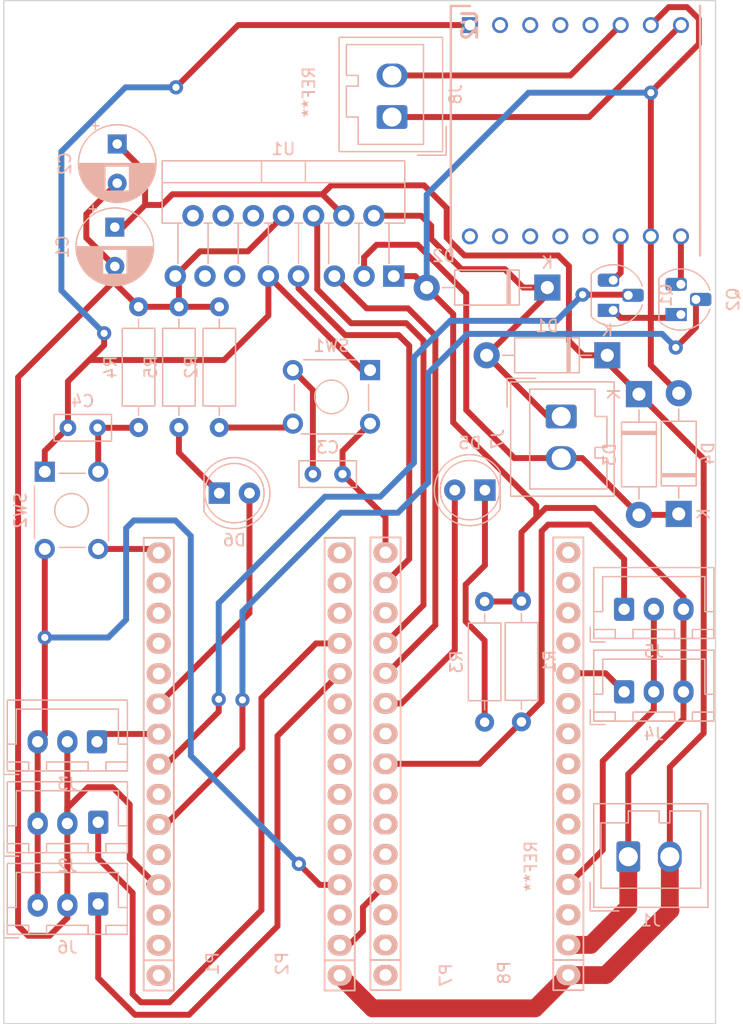
<source format=kicad_pcb>
(kicad_pcb (version 20211014) (generator pcbnew)
  (layers (0 "F.Cu" signal) (31 "B.Cu" signal) (34 "B.Paste" user) (35 "F.Paste" user) (36 "B.SilkS" user "B.Silkscreen") (37 "F.SilkS" user "F.Silkscreen") (38 "B.Mask" user) (39 "F.Mask" user) (44 "Edge.Cuts" user))
  (net 0 "")
  (net 1 "Vin")
  (net 2 "GND")
  (net 3 "7.")
  (net 4 "Net-(D1-Pad2)")
  (net 5 "Net-(D3-Pad2)")
  (net 6 "Net-(D5-Pad1)")
  (net 7 "8a")
  (net 8 "Net-(D6-Pad1)")
  (net 9 "6(**).")
  (net 10 "A1")
  (net 11 "5(**)")
  (net 12 "/1(Tx).")
  (net 13 "/0(Rx).")
  (net 14 "/Reset.")
  (net 15 "/2.")
  (net 16 "/4.")
  (net 17 "/9(**).")
  (net 18 "/11(**{slash}MOSI).")
  (net 19 "/A7.")
  (net 20 "/A6.")
  (net 21 "/A5.")
  (net 22 "/A4.")
  (net 23 "/A3.")
  (net 24 "/A2.")
  (net 25 "/AREF.")
  (net 26 "+3V3")
  (net 27 "/13(SCK).")
  (net 28 "/1(Tx)")
  (net 29 "/0(Rx)")
  (net 30 "/Reset")
  (net 31 "/2a")
  (net 32 "9(**)")
  (net 33 "/10(**{slash}SS)")
  (net 34 "/A7")
  (net 35 "/A6")
  (net 36 "/A5")
  (net 37 "/A4")
  (net 38 "/A3")
  (net 39 "/AREF")
  (net 40 "/13(SCK)")
  (net 46 "A0.")
  (net 47 "A1.")
  (net 48 "/A0")
  (net 49 "/A2")
  (net 50 "12(MISO)")
  (net 51 "11(**{slash}MOSI)")
  (net 52 "Net-(J8-Pad1)")
  (net 53 "Net-(J8-Pad2)")
  (net 63 "7a")
  (net 64 "/4a")
  (net 65 "3(**).")
  (net 66 "/3(**)")
  (net 67 "/6(**)")
  (net 68 "12(MISO).")
  (net 69 "/8.")
  (net 70 "/10(**{slash}SS).")
  (net 71 "+5V")
  (net 72 "5(**).")
  (net 73 "Net-(Q1-Pad3)")
  (net 74 "Net-(Q2-Pad3)")
  (footprint "Connector_JST:JST_XH_B3B-XH-A_1x03_P2.50mm_Vertical" (layer "B.Cu") (at 83.1 118.025334)
    (fp_text reference "J5")
    (fp_text value "START")
  )
  (footprint "footprints:CP_Radial_D6.3mm_P2.50mm" (layer "B.Cu") (at 40.4 79.267955 -90)
    (fp_text reference "C2")
    (fp_text value "0.1uF")
  )
  (footprint "Connector_JST:JST_XH_B3B-XH-A_1x03_P2.50mm_Vertical" (layer "B.Cu") (at 33.7 142.925334)
    (fp_text reference "J6")
    (fp_text value "sensor vänster")
  )
  (footprint "MountingHole:MountingHole_3mm" (layer "B.Cu") (at 52.55 74.500334 90)
    (fp_text reference "REF**")
    (fp_text value "MountingHole_3mm")
  )
  (footprint "footprints:Socket_Strip_Arduino_1x15" (layer "B.Cu") (at 43.9 148.840334 90)
    (fp_text reference "P1")
    (fp_text value "Digital")
  )
  (footprint "footprints:TO-220-15_P2.54x2.54mm_StaggerOdd_Lead4.58mm_Vertical" (layer "B.Cu") (at 63.295 89.985334 180)
    (fp_text reference "U1")
    (fp_text value "L298HN")
  )
  (footprint "Diode_THT:D_DO-41_SOD81_P10.16mm_Horizontal" (layer "B.Cu") (at 81.68 96.650334 180)
    (fp_text reference "D1")
    (fp_text value "1N4007")
  )
  (footprint "MountingHole:MountingHole_3mm" (layer "B.Cu") (at 71.25 139.650334 90)
    (fp_text reference "REF**")
    (fp_text value "MountingHole_3mm")
  )
  (footprint "footprints:Socket_Strip_Arduino_1x15" (layer "B.Cu") (at 78.4 148.810334 90)
    (fp_text reference "P8")
    (fp_text value "Analog")
  )
  (footprint "Resistor_THT:R_Axial_DIN0207_L6.3mm_D2.5mm_P10.16mm_Horizontal" (layer "B.Cu") (at 74.45 127.500334 90)
    (fp_text reference "R1")
    (fp_text value "R")
  )
  (footprint "Connector_JST:JST_XH_B3B-XH-A_1x03_P2.50mm_Vertical" (layer "B.Cu") (at 33.7 136.050334)
    (fp_text reference "J2")
    (fp_text value "sensor höger")
  )
  (footprint "LED_THT:LED_D5.0mm" (layer "B.Cu") (at 49 108.250334)
    (fp_text reference "D6")
    (fp_text value "LED")
  )
  (footprint "Package_TO_SOT_THT:TO-92_HandSolder" (layer "B.Cu") (at 82.18 92.870334 90)
    (fp_text reference "Q1")
    (fp_text value "Q_NMOS_DGS")
  )
  (footprint "footprints:Socket_Strip_Arduino_1x15" (layer "B.Cu") (at 63 148.810334 90)
    (fp_text reference "P7")
    (fp_text value "Digital")
  )
  (footprint "footprints:Socket_Strip_Arduino_1x15" (layer "B.Cu") (at 59.14 148.840334 90)
    (fp_text reference "P2")
    (fp_text value "Analog")
  )
  (footprint "Egna:DIPS1778W50P254L2100H170Q16N" (layer "B.Cu") (at 70.11 68.860334 -90)
    (fp_text reference "U2")
    (fp_text value "DFR0299" hide)
  )
  (footprint "footprints:CP_Radial_D6.3mm_P2.50mm" (layer "B.Cu") (at 40.2 86.267954 -90)
    (fp_text reference "C1")
    (fp_text value "100uf")
  )
  (footprint "LED_THT:LED_D5.0mm" (layer "B.Cu") (at 71.375 108.000334 180)
    (fp_text reference "D5")
    (fp_text value "LED")
  )
  (footprint "Diode_THT:D_DO-41_SOD81_P10.16mm_Horizontal" (layer "B.Cu") (at 84.35 99.920334 -90)
    (fp_text reference "D3")
    (fp_text value "1N4007")
  )
  (footprint "footprints:SW_TH_Tactile_Omron_B3F-10xx" (layer "B.Cu") (at 61.7 97.900334 180)
    (fp_text reference "SW1")
    (fp_text value "SW_MEC_5E")
  )
  (footprint "Diode_THT:D_DO-41_SOD81_P10.16mm_Horizontal" (layer "B.Cu") (at 87.7 110.000334 90)
    (fp_text reference "D4")
    (fp_text value "1N4007")
  )
  (footprint "Connector_Wago:Wago_734-132_1x02_P3.50mm_Vertical" (layer "B.Cu") (at 63.55 76.600334 90)
    (fp_text reference "J8")
    (fp_text value "Högtalare")
  )
  (footprint "Package_TO_SOT_THT:TO-92_HandSolder" (layer "B.Cu") (at 87.88 93.220334 90)
    (fp_text reference "Q2")
    (fp_text value "Q_NMOS_DGS")
  )
  (footprint "Connector_JST:JST_XH_B3B-XH-A_1x03_P2.50mm_Vertical" (layer "B.Cu") (at 83.1 124.975334)
    (fp_text reference "J4")
    (fp_text value "sensor motor")
  )
  (footprint "Resistor_THT:R_Axial_DIN0207_L6.3mm_D2.5mm_P10.16mm_Horizontal" (layer "B.Cu") (at 45.6 92.570334 -90)
    (fp_text reference "R5")
    (fp_text value "150")
  )
  (footprint "Connector_Wago:Wago_734-132_1x02_P3.50mm_Vertical" (layer "B.Cu") (at 77.8 101.800334 -90)
    (fp_text reference "J7")
    (fp_text value "MOTOR")
  )
  (footprint "Resistor_THT:R_Axial_DIN0207_L6.3mm_D2.5mm_P10.16mm_Horizontal" (layer "B.Cu") (at 71.35 117.370334 -90)
    (fp_text reference "R3")
    (fp_text value "150")
  )
  (footprint "Connector_Wago:Wago_734-132_1x02_P3.50mm_Vertical" (layer "B.Cu") (at 83.45 138.850334)
    (fp_text reference "J1")
    (fp_text value "POWER")
  )
  (footprint "Resistor_THT:R_Axial_DIN0207_L6.3mm_D2.5mm_P10.16mm_Horizontal" (layer "B.Cu") (at 49 92.570334 -90)
    (fp_text reference "R2")
    (fp_text value "10k")
  )
  (footprint "Diode_THT:D_DO-41_SOD81_P10.16mm_Horizontal" (layer "B.Cu") (at 76.63 90.950334 180)
    (fp_text reference "D2")
    (fp_text value "1N4007")
  )
  (footprint "Capacitor_THT:C_Rect_L4.6mm_W2.0mm_P2.50mm_MKS02_FKP02" (layer "B.Cu") (at 59.382379 106.650334 180)
    (fp_text reference "C3")
    (fp_text value "C")
  )
  (footprint "footprints:SW_TH_Tactile_Omron_B3F-10xx" (layer "B.Cu") (at 34.3 106.450334 -90)
    (fp_text reference "SW2")
    (fp_text value "SW_MEC_5E")
  )
  (footprint "Capacitor_THT:C_Rect_L4.6mm_W2.0mm_P2.50mm_MKS02_FKP02" (layer "B.Cu") (at 38.75 102.750334 180)
    (fp_text reference "C4")
    (fp_text value "C")
  )
  (footprint "Resistor_THT:R_Axial_DIN0207_L6.3mm_D2.5mm_P10.16mm_Horizontal" (layer "B.Cu") (at 42.2 92.570334 -90)
    (fp_text reference "R4")
    (fp_text value "10k")
  )
  (footprint "Connector_JST:JST_XH_B3B-XH-A_1x03_P2.50mm_Vertical" (layer "B.Cu") (at 33.7 129.175334)
    (fp_text reference "J3")
    (fp_text value "SERVO")
  )
  (gr_rect (start 30.85 66.800334) (end 90.8 152.900334) (layer "Edge.Cuts") (width 0.1) (fill none))
  (segment (start 78.45 95.450334) (end 79.65 96.650334) (width 0.5) (layer "F.Cu") (net 1))
  (segment (start 44.15 84.000334) (end 45.05 83.100334) (width 0.5) (layer "F.Cu") (net 1))
  (segment (start 40.2 85.867954) (end 40.88238 85.867954) (width 0.5) (layer "F.Cu") (net 1))
  (segment (start 66.25 82.350334) (end 68.15 84.250334) (width 0.5) (layer "F.Cu") (net 1))
  (segment (start 89.8 105.370334) (end 84.35 99.920334) (width 0.5) (layer "F.Cu") (net 1))
  (segment (start 89.8 128.450334) (end 89.8 105.370334) (width 0.5) (layer "F.Cu") (net 1))
  (segment (start 79.65 96.650334) (end 81.68 96.650334) (width 0.5) (layer "F.Cu") (net 1))
  (segment (start 78.4 148.810334) (end 81.555142 148.810334) (width 1.5) (layer "F.Cu") (net 1))
  (segment (start 75.6 151.610334) (end 75.6 151.650334) (width 0.5) (layer "F.Cu") (net 1))
  (segment (start 57.68 83.100334) (end 58.43 82.350334) (width 0.5) (layer "F.Cu") (net 1))
  (segment (start 58.43 82.350334) (end 66.25 82.350334) (width 0.5) (layer "F.Cu") (net 1))
  (segment (start 42.75 84.000334) (end 44.15 84.000334) (width 0.5) (layer "F.Cu") (net 1))
  (segment (start 81.68 96.650334) (end 81.68 97.250334) (width 0.5) (layer "F.Cu") (net 1))
  (segment (start 78.4 148.810334) (end 75.6 151.610334) (width 1.5) (layer "F.Cu") (net 1))
  (segment (start 68.15 86.750334) (end 69.65 88.250334) (width 0.5) (layer "F.Cu") (net 1))
  (segment (start 86.95 143.300334) (end 86.95 138.850334) (width 1.5) (layer "F.Cu") (net 1))
  (segment (start 77.55 88.250334) (end 78.45 89.150334) (width 0.5) (layer "F.Cu") (net 1))
  (segment (start 75.6 151.610334) (end 61.91 151.610334) (width 1.5) (layer "F.Cu") (net 1))
  (segment (start 40.2 85.867954) (end 40.2 85.850334) (width 0.5) (layer "F.Cu") (net 1))
  (segment (start 61.91 151.610334) (end 59.14 148.840334) (width 1.5) (layer "F.Cu") (net 1))
  (segment (start 40.88238 85.867954) (end 42.75 84.000334) (width 0.5) (layer "F.Cu") (net 1))
  (segment (start 78.45 89.150334) (end 78.45 95.450334) (width 0.5) (layer "F.Cu") (net 1))
  (segment (start 81.555142 148.810334) (end 87 143.365476) (width 1.5) (layer "F.Cu") (net 1))
  (segment (start 42.75 84.000334) (end 42.75 81.217955) (width 0.5) (layer "F.Cu") (net 1))
  (segment (start 45.05 83.100334) (end 57.68 83.100334) (width 0.5) (layer "F.Cu") (net 1))
  (segment (start 87 143.350334) (end 86.95 143.300334) (width 1.5) (layer "F.Cu") (net 1))
  (segment (start 69.65 88.250334) (end 77.55 88.250334) (width 0.5) (layer "F.Cu") (net 1))
  (segment (start 86.95 131.300334) (end 89.8 128.450334) (width 0.5) (layer "F.Cu") (net 1))
  (segment (start 81.68 97.250334) (end 84.35 99.920334) (width 0.5) (layer "F.Cu") (net 1))
  (segment (start 42.75 81.217955) (end 40.4 78.867955) (width 0.5) (layer "F.Cu") (net 1))
  (segment (start 87 143.365476) (end 87 143.350334) (width 1.5) (layer "F.Cu") (net 1))
  (segment (start 68.15 84.250334) (end 68.15 86.750334) (width 0.5) (layer "F.Cu") (net 1))
  (segment (start 57.68 83.100334) (end 59.485 84.905334) (width 0.5) (layer "F.Cu") (net 1))
  (segment (start 86.95 138.850334) (end 86.95 131.300334) (width 0.5) (layer "F.Cu") (net 1))
  (segment (start 54.405 84.905334) (end 51.41 87.900334) (width 0.5) (layer "F.Cu") (net 2))
  (segment (start 71.35 117.370334) (end 74.42 117.370334) (width 0.5) (layer "F.Cu") (net 2))
  (segment (start 40.2 90.570334) (end 42.2 92.570334) (width 0.5) (layer "F.Cu") (net 2))
  (segment (start 74.42 117.370334) (end 74.45 117.340334) (width 0.5) (layer "F.Cu") (net 2))
  (segment (start 82.18 92.870334) (end 82.81 93.500334) (width 0.5) (layer "F.Cu") (net 2))
  (segment (start 37.95 133.000334) (end 40 133.000334) (width 0.5) (layer "F.Cu") (net 2))
  (segment (start 78.4 146.270334) (end 80.28 146.270334) (width 1.5) (layer "F.Cu") (net 2))
  (segment (start 59.14 146.300334) (end 59.9 146.300334) (width 0.5) (layer "F.Cu") (net 2))
  (segment (start 51.41 87.900334) (end 47.38 87.900334) (width 0.5) (layer "F.Cu") (net 2))
  (segment (start 82.81 93.500334) (end 85.35 93.500334) (width 0.5) (layer "F.Cu") (net 2))
  (segment (start 87.6 93.500334) (end 87.88 93.220334) (width 0.5) (layer "F.Cu") (net 2))
  (segment (start 40.2 89.167954) (end 40.2 90.350334) (width 0.5) (layer "F.Cu") (net 2))
  (segment (start 85.35 74.550334) (end 85.35 74.500334) (width 0.5) (layer "F.Cu") (net 2))
  (segment (start 66.47 90.950334) (end 68.7 93.180334) (width 0.5) (layer "F.Cu") (net 2))
  (segment (start 45.6 92.570334) (end 42.2 92.570334) (width 0.5) (layer "F.Cu") (net 2))
  (segment (start 74.45 111.550334) (end 74.45 117.340334) (width 0.5) (layer "F.Cu") (net 2))
  (segment (start 45.6 92.570334) (end 45.6 90.290334) (width 0.5) (layer "F.Cu") (net 2))
  (segment (start 68.7 102.300334) (end 75.7 109.300334) (width 0.5) (layer "F.Cu") (net 2))
  (segment (start 36.2 136.050334) (end 36.2 134.750334) (width 0.5) (layer "F.Cu") (net 2))
  (segment (start 61.1 145.100334) (end 61.1 143.090334) (width 0.5) (layer "F.Cu") (net 2))
  (segment (start 88.1 124.975334) (end 88.1 118.025334) (width 0.5) (layer "F.Cu") (net 2))
  (segment (start 86.86 67.350334) (end 88.4 67.350334) (width 0.5) (layer "F.Cu") (net 2))
  (segment (start 89.4 70.450334) (end 89.4 68.350334) (width 0.5) (layer "F.Cu") (net 2))
  (segment (start 36.2 144.000334) (end 36.2 142.925334) (width 0.5) (layer "F.Cu") (net 2))
  (segment (start 62.98 141.170334) (end 63 141.190334) (width 0.5) (layer "F.Cu") (net 2))
  (segment (start 75.7 109.300334) (end 75.7 110.300334) (width 0.5) (layer "F.Cu") (net 2))
  (segment (start 85.35 78.550334) (end 85.35 86.640334) (width 0.5) (layer "F.Cu") (net 2))
  (segment (start 75.7 110.300334) (end 74.45 111.550334) (width 0.5) (layer "F.Cu") (net 2))
  (segment (start 47.38 87.900334) (end 45.295 89.985334) (width 0.5) (layer "F.Cu") (net 2))
  (segment (start 88.1 118.025334) (end 88.1 117.000334) (width 0.5) (layer "F.Cu") (net 2))
  (segment (start 36.2 136.050334) (end 36.2 129.175334) (width 0.5) (layer "F.Cu") (net 2))
  (segment (start 63.695 89.985334) (end 65.505 89.985334) (width 0.5) (layer "F.Cu") (net 2))
  (segment (start 36.2 142.925334) (end 36.2 136.050334) (width 0.5) (layer "F.Cu") (net 2))
  (segment (start 85.35 97.490334) (end 87.7 99.840334) (width 0.5) (layer "F.Cu") (net 2))
  (segment (start 85.35 86.640334) (end 85.35 93.500334) (width 0.5) (layer "F.Cu") (net 2))
  (segment (start 32.05 98.500334) (end 32.05 144.650334) (width 0.5) (layer "F.Cu") (net 2))
  (segment (start 43.67 141.220334) (end 43.9 141.220334) (width 0.5) (layer "F.Cu") (net 2))
  (segment (start 36.2 134.750334) (end 37.95 133.000334) (width 0.5) (layer "F.Cu") (net 2))
  (segment (start 85.35 93.500334) (end 87.6 93.500334) (width 0.5) (layer "F.Cu") (net 2))
  (segment (start 85.35 68.860334) (end 86.86 67.350334) (width 0.5) (layer "F.Cu") (net 2))
  (segment (start 43.08 141.170334) (end 43.36 141.170334) (width 0.5) (layer "F.Cu") (net 2))
  (segment (start 37.8 86.767954) (end 40.2 89.167954) (width 0.5) (layer "F.Cu") (net 2))
  (segment (start 49 92.570334) (end 45.6 92.570334) (width 0.5) (layer "F.Cu") (net 2))
  (segment (start 88.4 67.350334) (end 89.4 68.350334) (width 0.5) (layer "F.Cu") (net 2))
  (segment (start 80.28 146.270334) (end 83.45 143.100334) (width 1.5) (layer "F.Cu") (net 2))
  (segment (start 83.45 143.100334) (end 83.45 138.850334) (width 1.5) (layer "F.Cu") (net 2))
  (segment (start 41.45 134.450334) (end 41.45 139.000334) (width 0.5) (layer "F.Cu") (net 2))
  (segment (start 85.35 78.550334) (end 85.35 74.550334) (width 0.5) (layer "F.Cu") (net 2))
  (segment (start 83.45 138.850334) (end 83.45 131.900334) (width 0.5) (layer "F.Cu") (net 2))
  (segment (start 34.7 145.500334) (end 36.2 144.000334) (width 0.5) (layer "F.Cu") (net 2))
  (segment (start 40.4 82.167955) (end 37.8 84.767955) (width 0.5) (layer "F.Cu") (net 2))
  (segment (start 32.9 145.500334) (end 34.7 145.500334) (width 0.5) (layer "F.Cu") (net 2))
  (segment (start 88.1 124.975334) (end 88.1 127.250334) (width 0.5) (layer "F.Cu") (net 2))
  (segment (start 37.8 84.767955) (end 37.8 86.767954) (width 0.5) (layer "F.Cu") (net 2))
  (segment (start 40.2 89.167954) (end 40.2 90.570334) (width 0.5) (layer "F.Cu") (net 2))
  (segment (start 61.1 143.090334) (end 63 141.190334) (width 0.5) (layer "F.Cu") (net 2))
  (segment (start 88.1 117.000334) (end 80.6 109.500334) (width 0.5) (layer "F.Cu") (net 2))
  (segment (start 65.505 89.985334) (end 66.47 90.950334) (width 0.5) (layer "F.Cu") (net 2))
  (segment (start 85.35 74.500334) (end 89.4 70.450334) (width 0.5) (layer "F.Cu") (net 2))
  (segment (start 32.05 144.650334) (end 32.9 145.500334) (width 0.5) (layer "F.Cu") (net 2))
  (segment (start 68.7 93.180334) (end 68.7 102.300334) (width 0.5) (layer "F.Cu") (net 2))
  (segment (start 80.6 109.500334) (end 76.5 109.500334) (width 0.5) (layer "F.Cu") (net 2))
  (segment (start 40 133.000334) (end 41.45 134.450334) (width 0.5) (layer "F.Cu") (net 2))
  (segment (start 76.5 109.500334) (end 75.7 110.300334) (width 0.5) (layer "F.Cu") (net 2))
  (segment (start 83.45 131.900334) (end 88.1 127.250334) (width 0.5) (layer "F.Cu") (net 2))
  (segment (start 41.45 139.000334) (end 43.67 141.220334) (width 0.5) (layer "F.Cu") (net 2))
  (segment (start 85.35 93.500334) (end 85.35 97.490334) (width 0.5) (layer "F.Cu") (net 2))
  (segment (start 59.9 146.300334) (end 61.1 145.100334) (width 0.5) (layer "F.Cu") (net 2))
  (segment (start 40.2 90.350334) (end 32.05 98.500334) (width 0.5) (layer "F.Cu") (net 2))
  (segment (start 45.6 90.290334) (end 45.295 89.985334) (width 0.5) (layer "F.Cu") (net 2))
  (via (at 85.35 74.550334) (size 1.2) (drill 0.6) (layers "F.Cu" "B.Cu") (net 2))
  (segment (start 66.47 90.950334) (end 66.47 83.130334) (width 0.5) (layer "B.Cu") (net 2))
  (segment (start 75.05 74.550334) (end 85.35 74.550334) (width 0.5) (layer "B.Cu") (net 2))
  (segment (start 66.47 83.130334) (end 75.05 74.550334) (width 0.5) (layer "B.Cu") (net 2))
  (segment (start 85.2 74.700334) (end 85.35 74.550334) (width 0.5) (layer "B.Cu") (net 2))
  (segment (start 51.54 118.340334) (end 43.9 125.980334) (width 0.5) (layer "F.Cu") (net 3))
  (segment (start 51.54 108.250334) (end 51.54 118.340334) (width 0.5) (layer "F.Cu") (net 3))
  (segment (start 69.4 89.400334) (end 73.05 89.400334) (width 0.5) (layer "F.Cu") (net 4))
  (segment (start 66.005 84.905334) (end 66.85 85.750334) (width 0.5) (layer "F.Cu") (net 4))
  (segment (start 77.8 101.800334) (end 76.67 101.800334) (width 0.5) (layer "F.Cu") (net 4))
  (segment (start 66.85 85.750334) (end 66.85 86.850334) (width 0.5) (layer "F.Cu") (net 4))
  (segment (start 76.67 101.800334) (end 71.52 96.650334) (width 0.5) (layer "F.Cu") (net 4))
  (segment (start 71.52 96.650334) (end 76.63 91.540334) (width 0.5) (layer "F.Cu") (net 4))
  (segment (start 66.85 86.850334) (end 69.4 89.400334) (width 0.5) (layer "F.Cu") (net 4))
  (segment (start 62.025 84.905334) (end 66.005 84.905334) (width 0.5) (layer "F.Cu") (net 4))
  (segment (start 74.6 90.950334) (end 76.63 90.950334) (width 0.5) (layer "F.Cu") (net 4))
  (segment (start 76.63 91.540334) (end 76.63 90.950334) (width 0.5) (layer "F.Cu") (net 4))
  (segment (start 73.05 89.400334) (end 74.6 90.950334) (width 0.5) (layer "F.Cu") (net 4))
  (segment (start 65.7 87.350334) (end 62.25 87.350334) (width 0.5) (layer "F.Cu") (net 5))
  (segment (start 77.8 105.300334) (end 73.85 105.300334) (width 0.5) (layer "F.Cu") (net 5))
  (segment (start 62.25 87.350334) (end 61.195 88.405334) (width 0.5) (layer "F.Cu") (net 5))
  (segment (start 84.35 110.080334) (end 87.62 110.080334) (width 0.5) (layer "F.Cu") (net 5))
  (segment (start 73.85 105.300334) (end 69.8 101.250334) (width 0.5) (layer "F.Cu") (net 5))
  (segment (start 77.8 105.300334) (end 79.57 105.300334) (width 0.5) (layer "F.Cu") (net 5))
  (segment (start 87.62 110.080334) (end 87.7 110.000334) (width 0.5) (layer "F.Cu") (net 5))
  (segment (start 69.8 91.450334) (end 65.7 87.350334) (width 0.5) (layer "F.Cu") (net 5))
  (segment (start 61.195 88.405334) (end 61.195 89.985334) (width 0.5) (layer "F.Cu") (net 5))
  (segment (start 79.57 105.300334) (end 84.35 110.080334) (width 0.5) (layer "F.Cu") (net 5))
  (segment (start 69.8 101.250334) (end 69.8 91.450334) (width 0.5) (layer "F.Cu") (net 5))
  (segment (start 69.75 119.050334) (end 69.75 115.950334) (width 0.5) (layer "F.Cu") (net 6))
  (segment (start 71.35 120.650334) (end 69.75 119.050334) (width 0.5) (layer "F.Cu") (net 6))
  (segment (start 69.75 115.950334) (end 71.375 114.325334) (width 0.5) (layer "F.Cu") (net 6))
  (segment (start 71.375 114.325334) (end 71.375 108.000334) (width 0.5) (layer "F.Cu") (net 6))
  (segment (start 71.35 127.530334) (end 71.35 120.650334) (width 0.5) (layer "F.Cu") (net 6))
  (segment (start 67.2 119.350334) (end 67.2 95.000334) (width 0.5) (layer "F.Cu") (net 7))
  (segment (start 67.2 95.000334) (end 64.9 92.700334) (width 0.5) (layer "F.Cu") (net 7))
  (segment (start 63 123.410334) (end 63.14 123.410334) (width 0.5) (layer "F.Cu") (net 7))
  (segment (start 58.695 89.985334) (end 61.41 92.700334) (width 0.5) (layer "F.Cu") (net 7))
  (segment (start 61.41 92.700334) (end 64.9 92.700334) (width 0.5) (layer "F.Cu") (net 7))
  (segment (start 63.14 123.410334) (end 67.2 119.350334) (width 0.5) (layer "F.Cu") (net 7))
  (segment (start 45.6 102.730334) (end 45.6 104.850334) (width 0.5) (layer "F.Cu") (net 8))
  (segment (start 45.6 104.850334) (end 49 108.250334) (width 0.5) (layer "F.Cu") (net 8))
  (segment (start 39.355 128.520334) (end 43.9 128.520334) (width 0.5) (layer "F.Cu") (net 9))
  (segment (start 38.7 129.175334) (end 39.355 128.520334) (width 0.5) (layer "F.Cu") (net 9))
  (segment (start 83.1 124.975334) (end 82.995 124.870334) (width 0.25) (layer "F.Cu") (net 10))
  (segment (start 81.535 123.410334) (end 83.1 124.975334) (width 0.5) (layer "F.Cu") (net 10))
  (segment (start 78.4 123.410334) (end 81.535 123.410334) (width 0.5) (layer "F.Cu") (net 10))
  (segment (start 83.1 118.025334) (end 83.1 113.800334) (width 0.5) (layer "F.Cu") (net 11))
  (segment (start 76.15 111.450334) (end 76.15 125.800334) (width 0.5) (layer "F.Cu") (net 11))
  (segment (start 74.45 127.500334) (end 70.92 131.030334) (width 0.5) (layer "F.Cu") (net 11))
  (segment (start 80.2 110.900334) (end 76.7 110.900334) (width 0.5) (layer "F.Cu") (net 11))
  (segment (start 70.92 131.030334) (end 63 131.030334) (width 0.5) (layer "F.Cu") (net 11))
  (segment (start 83.1 113.800334) (end 80.2 110.900334) (width 0.5) (layer "F.Cu") (net 11))
  (segment (start 76.7 110.900334) (end 76.15 111.450334) (width 0.5) (layer "F.Cu") (net 11))
  (segment (start 76.15 125.800334) (end 74.45 127.500334) (width 0.5) (layer "F.Cu") (net 11))
  (segment (start 57.25 91.100334) (end 57.25 85.210334) (width 0.5) (layer "F.Cu") (net 32))
  (segment (start 57.25 85.210334) (end 56.945 84.905334) (width 0.5) (layer "F.Cu") (net 32))
  (segment (start 66.2 117.670334) (end 66.2 95.400334) (width 0.5) (layer "F.Cu") (net 32))
  (segment (start 60.1 93.950334) (end 57.25 91.100334) (width 0.5) (layer "F.Cu") (net 32))
  (segment (start 63 120.870334) (end 66.2 117.670334) (width 0.5) (layer "F.Cu") (net 32))
  (segment (start 64.75 93.950334) (end 60.1 93.950334) (width 0.5) (layer "F.Cu") (net 32))
  (segment (start 66.2 95.400334) (end 64.75 93.950334) (width 0.5) (layer "F.Cu") (net 32))
  (segment (start 41.7 141.900334) (end 41.7 150.400334) (width 0.5) (layer "F.Cu") (net 46))
  (segment (start 38.8 135.950334) (end 38.8 139.000334) (width 0.5) (layer "F.Cu") (net 46))
  (segment (start 52.55 143.350334) (end 52.55 125.500334) (width 0.5) (layer "F.Cu") (net 46))
  (segment (start 44.8 151.100334) (end 52.55 143.350334) (width 0.5) (layer "F.Cu") (net 46))
  (segment (start 57.15 120.900334) (end 59.14 120.900334) (width 0.5) (layer "F.Cu") (net 46))
  (segment (start 42.4 151.100334) (end 44.8 151.100334) (width 0.5) (layer "F.Cu") (net 46))
  (segment (start 52.55 125.500334) (end 57.15 120.900334) (width 0.5) (layer "F.Cu") (net 46))
  (segment (start 38.8 139.000334) (end 41.7 141.900334) (width 0.5) (layer "F.Cu") (net 46))
  (segment (start 41.7 150.400334) (end 42.4 151.100334) (width 0.5) (layer "F.Cu") (net 46))
  (segment (start 41.9 152.150334) (end 46.45 152.150334) (width 0.5) (layer "F.Cu") (net 47))
  (segment (start 38.8 142.825334) (end 38.8 149.050334) (width 0.5) (layer "F.Cu") (net 47))
  (segment (start 53.9 144.700334) (end 53.9 128.680334) (width 0.5) (layer "F.Cu") (net 47))
  (segment (start 46.45 152.150334) (end 53.9 144.700334) (width 0.5) (layer "F.Cu") (net 47))
  (segment (start 53.9 128.680334) (end 59.14 123.440334) (width 0.5) (layer "F.Cu") (net 47))
  (segment (start 38.8 149.050334) (end 41.9 152.150334) (width 0.5) (layer "F.Cu") (net 47))
  (segment (start 62.38238 109.650334) (end 62.49119 109.759144) (width 0.5) (layer "F.Cu") (net 50))
  (segment (start 49 102.730334) (end 54.87 102.730334) (width 0.5) (layer "F.Cu") (net 50))
  (segment (start 61.7 102.400334) (end 59.382379 104.717955) (width 0.5) (layer "F.Cu") (net 50))
  (segment (start 63 113.250334) (end 63 110.267955) (width 0.5) (layer "F.Cu") (net 50))
  (segment (start 62.49119 109.759144) (end 61.89119 109.159144) (width 0.5) (layer "F.Cu") (net 50))
  (segment (start 63 110.267955) (end 62.49119 109.759144) (width 0.5) (layer "F.Cu") (net 50))
  (segment (start 61.89119 109.159144) (end 59.382379 106.650334) (width 0.5) (layer "F.Cu") (net 50))
  (segment (start 59.382379 104.717955) (end 59.382379 106.650334) (width 0.5) (layer "F.Cu") (net 50))
  (segment (start 54.87 102.730334) (end 55.2 102.400334) (width 0.5) (layer "F.Cu") (net 50))
  (segment (start 63 115.790334) (end 65 113.790334) (width 0.5) (layer "F.Cu") (net 51))
  (segment (start 59.6 94.950334) (end 55.675 91.025334) (width 0.5) (layer "F.Cu") (net 51))
  (segment (start 65 113.790334) (end 65 95.850334) (width 0.5) (layer "F.Cu") (net 51))
  (segment (start 64.1 94.950334) (end 59.6 94.950334) (width 0.5) (layer "F.Cu") (net 51))
  (segment (start 65 95.850334) (end 64.1 94.950334) (width 0.5) (layer "F.Cu") (net 51))
  (segment (start 55.675 91.025334) (end 55.675 89.985334) (width 0.5) (layer "F.Cu") (net 51))
  (segment (start 63.55 76.600334) (end 80.15 76.600334) (width 0.5) (layer "F.Cu") (net 52))
  (segment (start 80.15 76.600334) (end 87.89 68.860334) (width 0.5) (layer "F.Cu") (net 52))
  (segment (start 63.55 73.100334) (end 78.57 73.100334) (width 0.5) (layer "F.Cu") (net 53))
  (segment (start 78.57 73.100334) (end 82.81 68.860334) (width 0.5) (layer "F.Cu") (net 53))
  (segment (start 68.835 121.465334) (end 68.835 108.000334) (width 0.5) (layer "F.Cu") (net 63))
  (segment (start 63 125.950334) (end 64.35 125.950334) (width 0.5) (layer "F.Cu") (net 63))
  (segment (start 64.35 125.950334) (end 68.835 121.465334) (width 0.5) (layer "F.Cu") (net 63))
  (segment (start 50.95 129.700334) (end 50.95 125.650334) (width 0.5) (layer "F.Cu") (net 65))
  (segment (start 87.45 96.000334) (end 89.15 94.300334) (width 0.5) (layer "F.Cu") (net 65))
  (segment (start 89.15 94.300334) (end 89.15 91.950334) (width 0.5) (layer "F.Cu") (net 65))
  (segment (start 43.9 136.140334) (end 44.51 136.140334) (width 0.5) (layer "F.Cu") (net 65))
  (segment (start 44.51 136.140334) (end 50.95 129.700334) (width 0.5) (layer "F.Cu") (net 65))
  (via (at 50.95 125.650334) (size 1.2) (drill 0.6) (layers "F.Cu" "B.Cu") (net 65))
  (via (at 87.45 96.000334) (size 1.2) (drill 0.6) (layers "F.Cu" "B.Cu") (net 65))
  (segment (start 64.05 109.900334) (end 66.6 107.350334) (width 0.5) (layer "B.Cu") (net 65))
  (segment (start 50.95 118.200334) (end 59.25 109.900334) (width 0.5) (layer "B.Cu") (net 65))
  (segment (start 50.95 125.650334) (end 50.95 118.200334) (width 0.5) (layer "B.Cu") (net 65))
  (segment (start 66.6 98.150334) (end 69.9 94.850334) (width 0.5) (layer "B.Cu") (net 65))
  (segment (start 59.25 109.900334) (end 64.05 109.900334) (width 0.5) (layer "B.Cu") (net 65))
  (segment (start 69.9 94.850334) (end 70.85 94.850334) (width 0.5) (layer "B.Cu") (net 65))
  (segment (start 86.3 94.850334) (end 87.45 96.000334) (width 0.5) (layer "B.Cu") (net 65))
  (segment (start 70.85 94.850334) (end 86.3 94.850334) (width 0.5) (layer "B.Cu") (net 65))
  (segment (start 66.6 107.350334) (end 66.6 98.150334) (width 0.5) (layer "B.Cu") (net 65))
  (segment (start 38.8 102.800334) (end 38.75 102.750334) (width 0.5) (layer "F.Cu") (net 68))
  (segment (start 42.18 102.750334) (end 42.2 102.730334) (width 0.5) (layer "F.Cu") (net 68))
  (segment (start 38.75 102.750334) (end 42.18 102.750334) (width 0.5) (layer "F.Cu") (net 68))
  (segment (start 38.8 106.450334) (end 38.8 102.800334) (width 0.5) (layer "F.Cu") (net 68))
  (segment (start 43.57 112.950334) (end 43.9 113.280334) (width 0.5) (layer "F.Cu") (net 68))
  (segment (start 38.8 112.950334) (end 43.57 112.950334) (width 0.5) (layer "F.Cu") (net 68))
  (segment (start 43.9 118.360334) (end 44.54 118.360334) (width 0.5) (layer "F.Cu") (net 70))
  (segment (start 39.3 94.800334) (end 39.3 95.800334) (width 0.5) (layer "F.Cu") (net 71))
  (segment (start 38.05 97.050334) (end 49.4 97.050334) (width 0.5) (layer "F.Cu") (net 71))
  (segment (start 34.3 106.450334) (end 34.3 104.700334) (width 0.5) (layer "F.Cu") (net 71))
  (segment (start 34.3 104.700334) (end 36.25 102.750334) (width 0.5) (layer "F.Cu") (net 71))
  (segment (start 85.6 118.025334) (end 85.6 124.975334) (width 0.5) (layer "F.Cu") (net 71))
  (segment (start 81.3 130.800334) (end 81.3 138.290334) (width 0.5) (layer "F.Cu") (net 71))
  (segment (start 34.3 112.950334) (end 34.3 120.400334) (width 0.5) (layer "F.Cu") (net 71))
  (segment (start 33.7 129.175334) (end 33.7 136.050334) (width 0.5) (layer "F.Cu") (net 71))
  (segment (start 53.135 93.315334) (end 49.4 97.050334) (width 0.5) (layer "F.Cu") (net 71))
  (segment (start 53.135 89.985334) (end 53.135 93.315334) (width 0.5) (layer "F.Cu") (net 71))
  (segment (start 33.7 136.050334) (end 33.7 142.925334) (width 0.5) (layer "F.Cu") (net 71))
  (segment (start 61.05 97.900334) (end 53.135 89.985334) (width 0.5) (layer "F.Cu") (net 71))
  (segment (start 36.25 98.850334) (end 36.25 102.750334) (width 0.5) (layer "F.Cu") (net 71))
  (segment (start 57.47 141.220334) (end 55.7 139.450334) (width 0.5) (layer "F.Cu") (net 71))
  (segment (start 34.3 120.400334) (end 34.3 128.575334) (width 0.5) (layer "F.Cu") (net 71))
  (segment (start 36.25 98.850334) (end 38.05 97.050334) (width 0.5) (layer "F.Cu") (net 71))
  (segment (start 50.59 68.860334) (end 45.35 74.100334) (width 0.5) (layer "F.Cu") (net 71))
  (segment (start 56.882379 106.650334) (end 56.882379 99.582713) (width 0.5) (layer "F.Cu") (net 71))
  (segment (start 70.11 68.860334) (end 50.59 68.860334) (width 0.5) (layer "F.Cu") (net 71))
  (segment (start 56.882379 99.582713) (end 55.2 97.900334) (width 0.5) (layer "F.Cu") (net 71))
  (segment (start 85.6 126.500334) (end 81.3 130.800334) (width 0.5) (layer "F.Cu") (net 71))
  (segment (start 85.6 124.975334) (end 85.6 126.500334) (width 0.5) (layer "F.Cu") (net 71))
  (segment (start 81.3 138.290334) (end 78.4 141.190334) (width 0.5) (layer "F.Cu") (net 71))
  (segment (start 39.3 95.800334) (end 38.05 97.050334) (width 0.5) (layer "F.Cu") (net 71))
  (segment (start 59.14 141.220334) (end 57.47 141.220334) (width 0.5) (layer "F.Cu") (net 71))
  (segment (start 61.7 97.900334) (end 61.05 97.900334) (width 0.5) (layer "F.Cu") (net 71))
  (segment (start 34.3 128.575334) (end 33.7 129.175334) (width 0.5) (layer "F.Cu") (net 71))
  (via (at 45.35 74.100334) (size 1.2) (drill 0.6) (layers "F.Cu" "B.Cu") (net 71))
  (via (at 39.3 94.800334) (size 1.2) (drill 0.6) (layers "F.Cu" "B.Cu") (net 71))
  (via (at 55.7 139.450334) (size 1.2) (drill 0.6) (layers "F.Cu" "B.Cu") (net 71))
  (via (at 34.3 120.400334) (size 1.2) (drill 0.6) (layers "F.Cu" "B.Cu") (net 71))
  (segment (start 41.15 111.200334) (end 41.15 118.900334) (width 0.5) (layer "B.Cu") (net 71))
  (segment (start 35.7 79.500334) (end 41.1 74.100334) (width 0.5) (layer "B.Cu") (net 71))
  (segment (start 45.3 110.550334) (end 41.8 110.550334) (width 0.5) (layer "B.Cu") (net 71))
  (segment (start 46.6 111.850334) (end 45.3 110.550334) (width 0.5) (layer "B.Cu") (net 71))
  (segment (start 41.15 118.900334) (end 39.65 120.400334) (width 0.5) (layer "B.Cu") (net 71))
  (segment (start 41.8 110.550334) (end 41.15 111.200334) (width 0.5) (layer "B.Cu") (net 71))
  (segment (start 46.6 130.350334) (end 46.6 111.850334) (width 0.5) (layer "B.Cu") (net 71))
  (segment (start 39.65 120.400334) (end 34.3 120.400334) (width 0.5) (layer "B.Cu") (net 71))
  (segment (start 39.3 94.800334) (end 35.7 91.200334) (width 0.5) (layer "B.Cu") (net 71))
  (segment (start 55.7 139.450334) (end 46.6 130.350334) (width 0.5) (layer "B.Cu") (net 71))
  (segment (start 41.1 74.100334) (end 45.35 74.100334) (width 0.5) (layer "B.Cu") (net 71))
  (segment (start 35.7 91.200334) (end 35.7 79.500334) (width 0.5) (layer "B.Cu") (net 71))
  (segment (start 48.95 126.650334) (end 48.95 125.600334) (width 0.5) (layer "F.Cu") (net 72))
  (segment (start 83.4 91.550334) (end 83.45 91.600334) (width 0.5) (layer "F.Cu") (net 72))
  (segment (start 43.9 131.060334) (end 44.54 131.060334) (width 0.5) (layer "F.Cu") (net 72))
  (segment (start 44.54 131.060334) (end 48.95 126.650334) (width 0.5) (layer "F.Cu") (net 72))
  (segment (start 79.6 91.550334) (end 83.4 91.550334) (width 0.5) (layer "F.Cu") (net 72))
  (via (at 79.6 91.550334) (size 1.2) (drill 0.6) (layers "F.Cu" "B.Cu") (net 72))
  (via (at 48.95 125.600334) (size 1.2) (drill 0.6) (layers "F.Cu" "B.Cu") (net 72))
  (segment (start 65.4 96.800334) (end 68.45 93.750334) (width 0.5) (layer "B.Cu") (net 72))
  (segment (start 77.4 93.750334) (end 79.6 91.550334) (width 0.5) (layer "B.Cu") (net 72))
  (segment (start 62.55 108.550334) (end 65.4 105.700334) (width 0.5) (layer "B.Cu") (net 72))
  (segment (start 48.95 125.600334) (end 48.95 117.500334) (width 0.5) (layer "B.Cu") (net 72))
  (segment (start 65.4 105.700334) (end 65.4 96.800334) (width 0.5) (layer "B.Cu") (net 72))
  (segment (start 57.9 108.550334) (end 62.55 108.550334) (width 0.5) (layer "B.Cu") (net 72))
  (segment (start 48.95 117.500334) (end 57.9 108.550334) (width 0.5) (layer "B.Cu") (net 72))
  (segment (start 68.45 93.750334) (end 77.4 93.750334) (width 0.5) (layer "B.Cu") (net 72))
  (segment (start 82.81 86.640334) (end 82.81 89.700334) (width 0.5) (layer "F.Cu") (net 73))
  (segment (start 82.81 89.700334) (end 82.18 90.330334) (width 0.5) (layer "F.Cu") (net 73))
  (segment (start 87.88 90.680334) (end 87.88 86.650334) (width 0.5) (layer "F.Cu") (net 74))
  (segment (start 87.88 86.650334) (end 87.89 86.640334) (width 0.5) (layer "F.Cu") (net 74))
)
</source>
